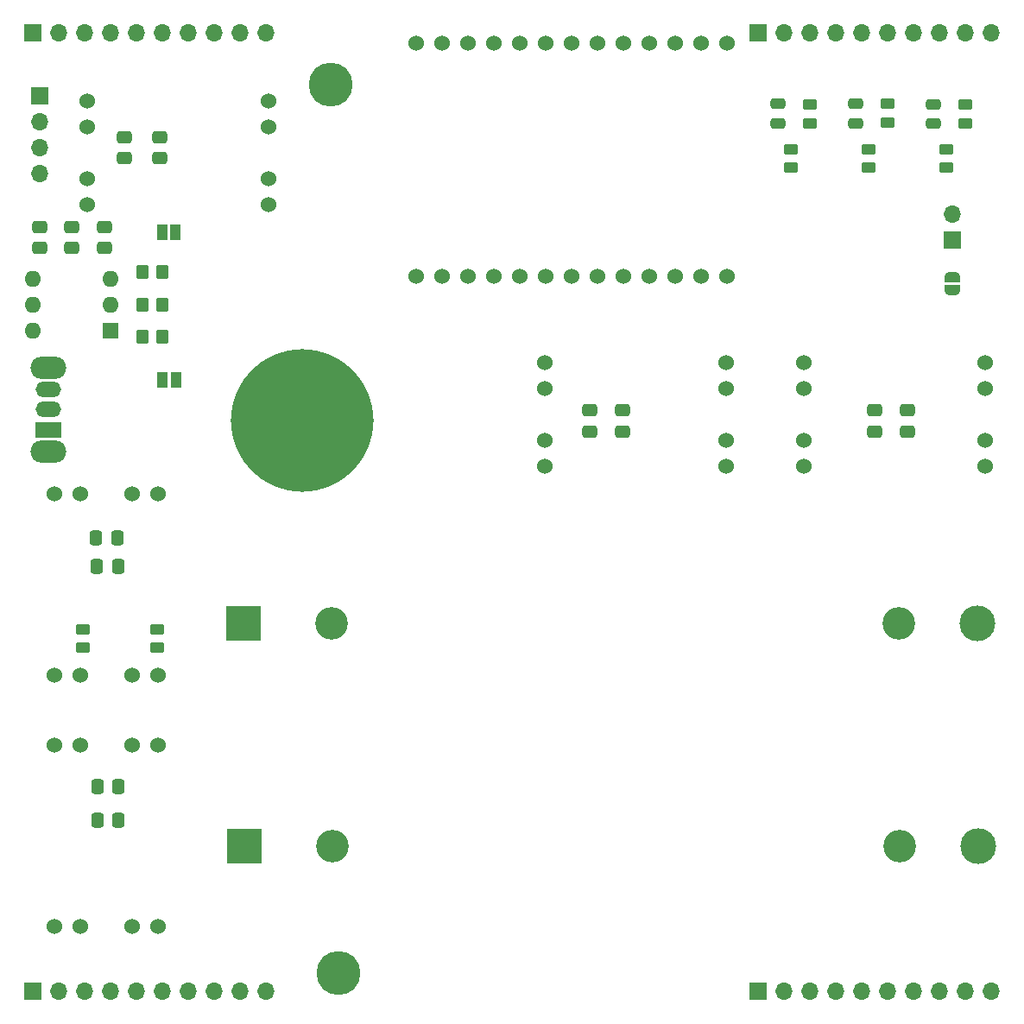
<source format=gbr>
%TF.GenerationSoftware,KiCad,Pcbnew,6.0.7-f9a2dced07~116~ubuntu20.04.1*%
%TF.CreationDate,2022-10-31T14:41:35+01:00*%
%TF.ProjectId,av_citynode_hw,61765f63-6974-4796-9e6f-64655f68772e,rev?*%
%TF.SameCoordinates,Original*%
%TF.FileFunction,Soldermask,Top*%
%TF.FilePolarity,Negative*%
%FSLAX46Y46*%
G04 Gerber Fmt 4.6, Leading zero omitted, Abs format (unit mm)*
G04 Created by KiCad (PCBNEW 6.0.7-f9a2dced07~116~ubuntu20.04.1) date 2022-10-31 14:41:35*
%MOMM*%
%LPD*%
G01*
G04 APERTURE LIST*
G04 Aperture macros list*
%AMRoundRect*
0 Rectangle with rounded corners*
0 $1 Rounding radius*
0 $2 $3 $4 $5 $6 $7 $8 $9 X,Y pos of 4 corners*
0 Add a 4 corners polygon primitive as box body*
4,1,4,$2,$3,$4,$5,$6,$7,$8,$9,$2,$3,0*
0 Add four circle primitives for the rounded corners*
1,1,$1+$1,$2,$3*
1,1,$1+$1,$4,$5*
1,1,$1+$1,$6,$7*
1,1,$1+$1,$8,$9*
0 Add four rect primitives between the rounded corners*
20,1,$1+$1,$2,$3,$4,$5,0*
20,1,$1+$1,$4,$5,$6,$7,0*
20,1,$1+$1,$6,$7,$8,$9,0*
20,1,$1+$1,$8,$9,$2,$3,0*%
%AMFreePoly0*
4,1,22,0.500000,-0.750000,0.000000,-0.750000,0.000000,-0.745033,-0.079941,-0.743568,-0.215256,-0.701293,-0.333266,-0.622738,-0.424486,-0.514219,-0.481581,-0.384460,-0.499164,-0.250000,-0.500000,-0.250000,-0.500000,0.250000,-0.499164,0.250000,-0.499963,0.256109,-0.478152,0.396186,-0.417904,0.524511,-0.324060,0.630769,-0.204165,0.706417,-0.067858,0.745374,0.000000,0.744959,0.000000,0.750000,
0.500000,0.750000,0.500000,-0.750000,0.500000,-0.750000,$1*%
%AMFreePoly1*
4,1,20,0.000000,0.744959,0.073905,0.744508,0.209726,0.703889,0.328688,0.626782,0.421226,0.519385,0.479903,0.390333,0.500000,0.250000,0.500000,-0.250000,0.499851,-0.262216,0.476331,-0.402017,0.414519,-0.529596,0.319384,-0.634700,0.198574,-0.708877,0.061801,-0.746166,0.000000,-0.745033,0.000000,-0.750000,-0.500000,-0.750000,-0.500000,0.750000,0.000000,0.750000,0.000000,0.744959,
0.000000,0.744959,$1*%
G04 Aperture macros list end*
%ADD10FreePoly0,270.000000*%
%ADD11FreePoly1,270.000000*%
%ADD12RoundRect,0.250000X0.450000X-0.262500X0.450000X0.262500X-0.450000X0.262500X-0.450000X-0.262500X0*%
%ADD13RoundRect,0.250000X0.337500X0.475000X-0.337500X0.475000X-0.337500X-0.475000X0.337500X-0.475000X0*%
%ADD14R,1.700000X1.700000*%
%ADD15O,1.700000X1.700000*%
%ADD16RoundRect,0.250000X-0.475000X0.337500X-0.475000X-0.337500X0.475000X-0.337500X0.475000X0.337500X0*%
%ADD17RoundRect,0.250000X-0.450000X0.262500X-0.450000X-0.262500X0.450000X-0.262500X0.450000X0.262500X0*%
%ADD18C,1.524000*%
%ADD19RoundRect,0.250000X0.350000X0.450000X-0.350000X0.450000X-0.350000X-0.450000X0.350000X-0.450000X0*%
%ADD20C,4.300000*%
%ADD21C,14.000000*%
%ADD22RoundRect,0.250000X0.475000X-0.250000X0.475000X0.250000X-0.475000X0.250000X-0.475000X-0.250000X0*%
%ADD23RoundRect,0.250000X0.475000X-0.337500X0.475000X0.337500X-0.475000X0.337500X-0.475000X-0.337500X0*%
%ADD24R,1.600000X1.600000*%
%ADD25O,1.600000X1.600000*%
%ADD26C,3.200000*%
%ADD27R,3.500000X3.500000*%
%ADD28C,3.500000*%
%ADD29R,1.000000X1.500000*%
%ADD30O,3.500000X2.200000*%
%ADD31R,2.500000X1.500000*%
%ADD32O,2.500000X1.500000*%
G04 APERTURE END LIST*
D10*
%TO.C,JP2*%
X199449000Y-72756000D03*
D11*
X199449000Y-74056000D03*
%TD*%
D12*
%TO.C,R9*%
X200719000Y-57658000D03*
X200719000Y-55833000D03*
%TD*%
D13*
%TO.C,C23*%
X117645000Y-125984000D03*
X115570000Y-125984000D03*
%TD*%
D14*
%TO.C,J4*%
X199449000Y-69088000D03*
D15*
X199449000Y-66548000D03*
%TD*%
D16*
%TO.C,C4*%
X167064000Y-85830500D03*
X167064000Y-87905500D03*
%TD*%
D12*
%TO.C,R11*%
X193099000Y-57578000D03*
X193099000Y-55753000D03*
%TD*%
D17*
%TO.C,R13*%
X121412000Y-107268000D03*
X121412000Y-109093000D03*
%TD*%
D14*
%TO.C,J1*%
X180399000Y-48768000D03*
D15*
X182939000Y-48768000D03*
X185479000Y-48768000D03*
X188019000Y-48768000D03*
X190559000Y-48768000D03*
X193099000Y-48768000D03*
X195639000Y-48768000D03*
X198179000Y-48768000D03*
X200719000Y-48768000D03*
X203259000Y-48768000D03*
%TD*%
D18*
%TO.C,U19*%
X114554000Y-55491000D03*
X114554000Y-58031000D03*
X114554000Y-63111000D03*
X114554000Y-65651000D03*
X132334000Y-65651000D03*
X132334000Y-63111000D03*
X132334000Y-58031000D03*
X132334000Y-55491000D03*
%TD*%
D12*
%TO.C,R10*%
X191194000Y-62023000D03*
X191194000Y-60198000D03*
%TD*%
D19*
%TO.C,R3*%
X121979000Y-78628000D03*
X119979000Y-78628000D03*
%TD*%
D13*
%TO.C,C1*%
X117518000Y-98298000D03*
X115443000Y-98298000D03*
%TD*%
D14*
%TO.C,J7*%
X109279000Y-142748000D03*
D15*
X111819000Y-142748000D03*
X114359000Y-142748000D03*
X116899000Y-142748000D03*
X119439000Y-142748000D03*
X121979000Y-142748000D03*
X124519000Y-142748000D03*
X127059000Y-142748000D03*
X129599000Y-142748000D03*
X132139000Y-142748000D03*
%TD*%
D18*
%TO.C,U9*%
X177351000Y-49784000D03*
X174811000Y-49784000D03*
X172271000Y-49784000D03*
X169731000Y-49784000D03*
X167191000Y-49784000D03*
X164651000Y-49784000D03*
X162111000Y-49784000D03*
X159571000Y-49784000D03*
X157031000Y-49784000D03*
X154491000Y-49784000D03*
X151951000Y-49784000D03*
X149411000Y-49784000D03*
X146871000Y-49784000D03*
X146871000Y-72644000D03*
X149411000Y-72644000D03*
X151951000Y-72644000D03*
X154491000Y-72644000D03*
X157031000Y-72644000D03*
X159571000Y-72644000D03*
X162111000Y-72644000D03*
X164651000Y-72644000D03*
X167191000Y-72644000D03*
X169731000Y-72644000D03*
X172271000Y-72644000D03*
X174811000Y-72644000D03*
X177351000Y-72644000D03*
%TD*%
D14*
%TO.C,J2*%
X109279000Y-48768000D03*
D15*
X111819000Y-48768000D03*
X114359000Y-48768000D03*
X116899000Y-48768000D03*
X119439000Y-48768000D03*
X121979000Y-48768000D03*
X124519000Y-48768000D03*
X127059000Y-48768000D03*
X129599000Y-48768000D03*
X132139000Y-48768000D03*
%TD*%
D20*
%TO.C,H3*%
X138489000Y-53848000D03*
%TD*%
%TO.C,H4*%
X139251000Y-140970000D03*
%TD*%
D21*
%TO.C,H7*%
X135644200Y-86766400D03*
%TD*%
D22*
%TO.C,C22*%
X189924000Y-57653000D03*
X189924000Y-55753000D03*
%TD*%
%TO.C,C21*%
X197544000Y-57695500D03*
X197544000Y-55795500D03*
%TD*%
D18*
%TO.C,U20*%
X121539000Y-118618000D03*
X118999000Y-118618000D03*
X113919000Y-118618000D03*
X111379000Y-118618000D03*
X111379000Y-136398000D03*
X113919000Y-136398000D03*
X118999000Y-136398000D03*
X121539000Y-136398000D03*
%TD*%
D22*
%TO.C,C17*%
X182304000Y-57658000D03*
X182304000Y-55758000D03*
%TD*%
D16*
%TO.C,C24*%
X118237000Y-59033500D03*
X118237000Y-61108500D03*
%TD*%
D12*
%TO.C,R7*%
X185479000Y-57658000D03*
X185479000Y-55833000D03*
%TD*%
D23*
%TO.C,C7*%
X109914000Y-69908000D03*
X109914000Y-67833000D03*
%TD*%
%TO.C,C3*%
X116264000Y-69908000D03*
X116264000Y-67833000D03*
%TD*%
D24*
%TO.C,SW1*%
X116889000Y-77978000D03*
D25*
X116889000Y-75438000D03*
X116889000Y-72898000D03*
X109269000Y-72898000D03*
X109269000Y-75438000D03*
X109269000Y-77978000D03*
%TD*%
D12*
%TO.C,R8*%
X198814000Y-62023000D03*
X198814000Y-60198000D03*
%TD*%
D13*
%TO.C,C26*%
X117645000Y-122682000D03*
X115570000Y-122682000D03*
%TD*%
D23*
%TO.C,C5*%
X113089000Y-69908000D03*
X113089000Y-67833000D03*
%TD*%
D26*
%TO.C,BT1*%
X194176000Y-106680000D03*
X138566000Y-106680000D03*
D27*
X129921000Y-106680000D03*
D28*
X201921000Y-106680000D03*
%TD*%
D17*
%TO.C,R12*%
X114173000Y-107268000D03*
X114173000Y-109093000D03*
%TD*%
D26*
%TO.C,BT2*%
X138634000Y-128524000D03*
X194244000Y-128524000D03*
D27*
X129989000Y-128524000D03*
D28*
X201989000Y-128524000D03*
%TD*%
D16*
%TO.C,C25*%
X121666000Y-59033500D03*
X121666000Y-61108500D03*
%TD*%
D29*
%TO.C,JP1*%
X121949000Y-68326000D03*
X123249000Y-68326000D03*
%TD*%
D19*
%TO.C,R1*%
X121979000Y-72278000D03*
X119979000Y-72278000D03*
%TD*%
D16*
%TO.C,C9*%
X195004000Y-85830500D03*
X195004000Y-87905500D03*
%TD*%
D12*
%TO.C,R6*%
X183574000Y-62023000D03*
X183574000Y-60198000D03*
%TD*%
D14*
%TO.C,J6*%
X180399000Y-142748000D03*
D15*
X182939000Y-142748000D03*
X185479000Y-142748000D03*
X188019000Y-142748000D03*
X190559000Y-142748000D03*
X193099000Y-142748000D03*
X195639000Y-142748000D03*
X198179000Y-142748000D03*
X200719000Y-142748000D03*
X203259000Y-142748000D03*
%TD*%
D16*
%TO.C,C6*%
X163889000Y-85830500D03*
X163889000Y-87905500D03*
%TD*%
D30*
%TO.C,SW2*%
X110787500Y-89825000D03*
X110787500Y-81625000D03*
D31*
X110787500Y-87725000D03*
D32*
X110787500Y-85725000D03*
X110787500Y-83725000D03*
%TD*%
D13*
%TO.C,C2*%
X117602000Y-101092000D03*
X115527000Y-101092000D03*
%TD*%
D18*
%TO.C,U3*%
X184844000Y-81153000D03*
X184844000Y-83693000D03*
X184844000Y-88773000D03*
X184844000Y-91313000D03*
X202624000Y-91313000D03*
X202624000Y-88773000D03*
X202624000Y-83693000D03*
X202624000Y-81153000D03*
%TD*%
%TO.C,U2*%
X159444000Y-81153000D03*
X159444000Y-83693000D03*
X159444000Y-88773000D03*
X159444000Y-91313000D03*
X177224000Y-91313000D03*
X177224000Y-88773000D03*
X177224000Y-83693000D03*
X177224000Y-81153000D03*
%TD*%
D29*
%TO.C,JP5*%
X121979000Y-82804000D03*
X123279000Y-82804000D03*
%TD*%
D19*
%TO.C,R2*%
X121979000Y-75453000D03*
X119979000Y-75453000D03*
%TD*%
D18*
%TO.C,U1*%
X121547000Y-93980000D03*
X119007000Y-93980000D03*
X113927000Y-93980000D03*
X111387000Y-93980000D03*
X111387000Y-111760000D03*
X113927000Y-111760000D03*
X119007000Y-111760000D03*
X121547000Y-111760000D03*
%TD*%
D14*
%TO.C,J25*%
X109914000Y-54991000D03*
D15*
X109914000Y-57531000D03*
X109914000Y-60071000D03*
X109914000Y-62611000D03*
%TD*%
D16*
%TO.C,C8*%
X191829000Y-85830500D03*
X191829000Y-87905500D03*
%TD*%
M02*

</source>
